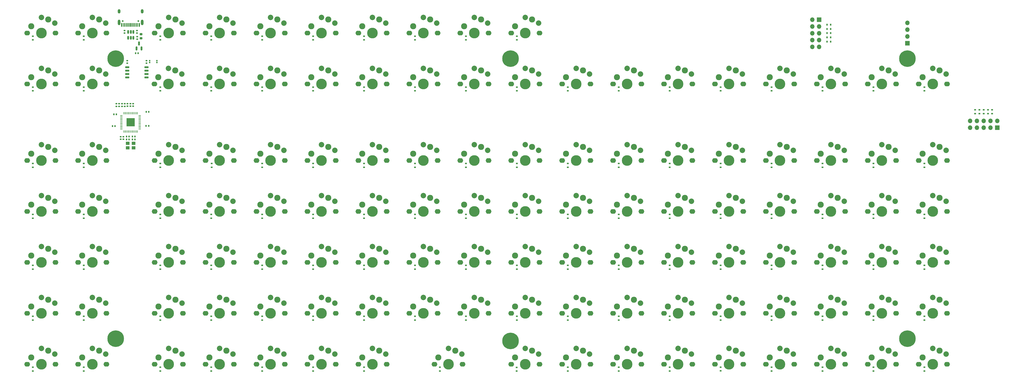
<source format=gbr>
%TF.GenerationSoftware,KiCad,Pcbnew,(6.0.0)*%
%TF.CreationDate,2022-04-29T20:19:50-04:00*%
%TF.ProjectId,TwoTailed,54776f54-6169-46c6-9564-2e6b69636164,rev?*%
%TF.SameCoordinates,Original*%
%TF.FileFunction,Soldermask,Bot*%
%TF.FilePolarity,Negative*%
%FSLAX46Y46*%
G04 Gerber Fmt 4.6, Leading zero omitted, Abs format (unit mm)*
G04 Created by KiCad (PCBNEW (6.0.0)) date 2022-04-29 20:19:50*
%MOMM*%
%LPD*%
G01*
G04 APERTURE LIST*
G04 Aperture macros list*
%AMRoundRect*
0 Rectangle with rounded corners*
0 $1 Rounding radius*
0 $2 $3 $4 $5 $6 $7 $8 $9 X,Y pos of 4 corners*
0 Add a 4 corners polygon primitive as box body*
4,1,4,$2,$3,$4,$5,$6,$7,$8,$9,$2,$3,0*
0 Add four circle primitives for the rounded corners*
1,1,$1+$1,$2,$3*
1,1,$1+$1,$4,$5*
1,1,$1+$1,$6,$7*
1,1,$1+$1,$8,$9*
0 Add four rect primitives between the rounded corners*
20,1,$1+$1,$2,$3,$4,$5,0*
20,1,$1+$1,$4,$5,$6,$7,0*
20,1,$1+$1,$6,$7,$8,$9,0*
20,1,$1+$1,$8,$9,$2,$3,0*%
G04 Aperture macros list end*
%ADD10R,1.400000X1.200000*%
%ADD11RoundRect,0.147500X-0.172500X0.147500X-0.172500X-0.147500X0.172500X-0.147500X0.172500X0.147500X0*%
%ADD12RoundRect,0.147500X0.172500X-0.147500X0.172500X0.147500X-0.172500X0.147500X-0.172500X-0.147500X0*%
%ADD13RoundRect,0.147500X0.147500X0.172500X-0.147500X0.172500X-0.147500X-0.172500X0.147500X-0.172500X0*%
%ADD14R,3.050000X3.050000*%
%ADD15RoundRect,0.050000X0.050000X0.387500X-0.050000X0.387500X-0.050000X-0.387500X0.050000X-0.387500X0*%
%ADD16RoundRect,0.050000X0.387500X0.050000X-0.387500X0.050000X-0.387500X-0.050000X0.387500X-0.050000X0*%
%ADD17RoundRect,0.147500X-0.147500X-0.172500X0.147500X-0.172500X0.147500X0.172500X-0.147500X0.172500X0*%
%ADD18R,0.550000X0.550000*%
%ADD19RoundRect,0.150000X0.650000X0.150000X-0.650000X0.150000X-0.650000X-0.150000X0.650000X-0.150000X0*%
%ADD20C,2.286000*%
%ADD21C,2.032000*%
%ADD22C,3.987800*%
%ADD23O,2.150000X1.750000*%
%ADD24R,0.700000X0.600000*%
%ADD25R,0.600000X0.700000*%
%ADD26C,6.200000*%
%ADD27R,1.700000X1.700000*%
%ADD28O,1.700000X1.700000*%
%ADD29RoundRect,0.150000X0.150000X-0.512500X0.150000X0.512500X-0.150000X0.512500X-0.150000X-0.512500X0*%
%ADD30RoundRect,0.218750X-0.256250X0.218750X-0.256250X-0.218750X0.256250X-0.218750X0.256250X0.218750X0*%
%ADD31O,1.000000X1.600000*%
%ADD32O,1.000000X2.100000*%
%ADD33R,0.600000X1.450000*%
%ADD34R,0.300000X1.450000*%
%ADD35C,0.650000*%
%ADD36RoundRect,0.150000X0.150000X-0.587500X0.150000X0.587500X-0.150000X0.587500X-0.150000X-0.587500X0*%
G04 APERTURE END LIST*
D10*
%TO.C,Y1*%
X78170000Y-119090000D03*
X75970000Y-119090000D03*
X75970000Y-117390000D03*
X78170000Y-117390000D03*
%TD*%
D11*
%TO.C,RD2*%
X74824450Y-103553200D03*
X74824450Y-102583200D03*
%TD*%
%TO.C,RC2*%
X74750000Y-75225000D03*
X74750000Y-76195000D03*
%TD*%
D12*
%TO.C,RC1*%
X79440000Y-76195000D03*
X79440000Y-75225000D03*
%TD*%
D11*
%TO.C,RD1*%
X75870000Y-103545000D03*
X75870000Y-102575000D03*
%TD*%
D13*
%TO.C,C4*%
X70254000Y-110998000D03*
X71224000Y-110998000D03*
%TD*%
D14*
%TO.C,U0*%
X76993750Y-109537500D03*
D15*
X79593750Y-106100000D03*
X79193750Y-106100000D03*
X78793750Y-106100000D03*
X78393750Y-106100000D03*
X77993750Y-106100000D03*
X77593750Y-106100000D03*
X77193750Y-106100000D03*
X76793750Y-106100000D03*
X76393750Y-106100000D03*
X75993750Y-106100000D03*
X75593750Y-106100000D03*
X75193750Y-106100000D03*
X74793750Y-106100000D03*
X74393750Y-106100000D03*
D16*
X73556250Y-106937500D03*
X73556250Y-107337500D03*
X73556250Y-107737500D03*
X73556250Y-108137500D03*
X73556250Y-108537500D03*
X73556250Y-108937500D03*
X73556250Y-109337500D03*
X73556250Y-109737500D03*
X73556250Y-110137500D03*
X73556250Y-110537500D03*
X73556250Y-110937500D03*
X73556250Y-111337500D03*
X73556250Y-111737500D03*
X73556250Y-112137500D03*
D15*
X74393750Y-112975000D03*
X74793750Y-112975000D03*
X75193750Y-112975000D03*
X75593750Y-112975000D03*
X75993750Y-112975000D03*
X76393750Y-112975000D03*
X76793750Y-112975000D03*
X77193750Y-112975000D03*
X77593750Y-112975000D03*
X77993750Y-112975000D03*
X78393750Y-112975000D03*
X78793750Y-112975000D03*
X79193750Y-112975000D03*
X79593750Y-112975000D03*
D16*
X80431250Y-112137500D03*
X80431250Y-111737500D03*
X80431250Y-111337500D03*
X80431250Y-110937500D03*
X80431250Y-110537500D03*
X80431250Y-110137500D03*
X80431250Y-109737500D03*
X80431250Y-109337500D03*
X80431250Y-108937500D03*
X80431250Y-108537500D03*
X80431250Y-108137500D03*
X80431250Y-107737500D03*
X80431250Y-107337500D03*
X80431250Y-106937500D03*
%TD*%
D11*
%TO.C,C2*%
X74360000Y-115885000D03*
X74360000Y-114915000D03*
%TD*%
D12*
%TO.C,C1*%
X73784450Y-102583200D03*
X73784450Y-103553200D03*
%TD*%
D17*
%TO.C,C3*%
X83797000Y-110871000D03*
X82827000Y-110871000D03*
%TD*%
%TO.C,C8*%
X83805000Y-105664000D03*
X82835000Y-105664000D03*
%TD*%
D12*
%TO.C,C6*%
X71703050Y-102583200D03*
X71703050Y-103553200D03*
%TD*%
%TO.C,C7*%
X72744450Y-102583200D03*
X72744450Y-103553200D03*
%TD*%
D18*
%TO.C,S1*%
X84185000Y-86455000D03*
X84185000Y-87205000D03*
X86835000Y-87205000D03*
X86835000Y-86455000D03*
%TD*%
D17*
%TO.C,RX1*%
X78672550Y-114858800D03*
X77702550Y-114858800D03*
%TD*%
D12*
%TO.C,RF1*%
X82940000Y-87425000D03*
X82940000Y-86455000D03*
%TD*%
D13*
%TO.C,CX1*%
X75467350Y-115951000D03*
X76437350Y-115951000D03*
%TD*%
%TO.C,CX2*%
X77702550Y-115951000D03*
X78672550Y-115951000D03*
%TD*%
D12*
%TO.C,C9*%
X76914650Y-102570400D03*
X76914650Y-103540400D03*
%TD*%
%TO.C,RR1*%
X73320000Y-114915000D03*
X73320000Y-115885000D03*
%TD*%
D19*
%TO.C,U3*%
X82930000Y-88975000D03*
X82930000Y-90245000D03*
X82930000Y-91515000D03*
X82930000Y-92785000D03*
X75730000Y-92785000D03*
X75730000Y-91515000D03*
X75730000Y-90245000D03*
X75730000Y-88975000D03*
%TD*%
D13*
%TO.C,C11*%
X76445000Y-114860000D03*
X75475000Y-114860000D03*
%TD*%
D12*
%TO.C,C10*%
X77956050Y-102570400D03*
X77956050Y-103540400D03*
%TD*%
D13*
%TO.C,C5*%
X71712950Y-106549500D03*
X70742950Y-106549500D03*
%TD*%
D12*
%TO.C,CF1*%
X75740000Y-87435000D03*
X75740000Y-86465000D03*
%TD*%
D20*
%TO.C,K22*%
X258921250Y-92710000D03*
D21*
X262731250Y-89350000D03*
X267731250Y-91450000D03*
D20*
X265271250Y-90170000D03*
D22*
X262731250Y-95250000D03*
D23*
X257448050Y-95250000D03*
X268014450Y-95250000D03*
%TD*%
D21*
%TO.C,K66*%
X62706250Y-156025000D03*
D20*
X58896250Y-159385000D03*
X65246250Y-156845000D03*
D21*
X67706250Y-158125000D03*
D23*
X57423050Y-161925000D03*
X67989450Y-161925000D03*
D22*
X62706250Y-161925000D03*
%TD*%
D20*
%TO.C,K116*%
X354171250Y-197485000D03*
D21*
X357981250Y-194125000D03*
X362981250Y-196225000D03*
D20*
X360521250Y-194945000D03*
D23*
X363264450Y-200025000D03*
D22*
X357981250Y-200025000D03*
D23*
X352698050Y-200025000D03*
%TD*%
D21*
%TO.C,K57*%
X243681250Y-136975000D03*
D20*
X239871250Y-140335000D03*
X246221250Y-137795000D03*
D21*
X248681250Y-139075000D03*
D23*
X238398050Y-142875000D03*
X248964450Y-142875000D03*
D22*
X243681250Y-142875000D03*
%TD*%
D21*
%TO.C,K87*%
X129381250Y-175075000D03*
D20*
X125571250Y-178435000D03*
D21*
X134381250Y-177175000D03*
D20*
X131921250Y-175895000D03*
D23*
X124098050Y-180975000D03*
X134664450Y-180975000D03*
D22*
X129381250Y-180975000D03*
%TD*%
D20*
%TO.C,K93*%
X239871250Y-178435000D03*
D21*
X243681250Y-175075000D03*
X248681250Y-177175000D03*
D20*
X246221250Y-175895000D03*
D23*
X248964450Y-180975000D03*
D22*
X243681250Y-180975000D03*
D23*
X238398050Y-180975000D03*
%TD*%
D20*
%TO.C,K10*%
X220821250Y-73660000D03*
D21*
X224631250Y-70300000D03*
X229631250Y-72400000D03*
D20*
X227171250Y-71120000D03*
D23*
X229914450Y-76200000D03*
X219348050Y-76200000D03*
D22*
X224631250Y-76200000D03*
%TD*%
D21*
%TO.C,K86*%
X110331250Y-175075000D03*
D20*
X106521250Y-178435000D03*
X112871250Y-175895000D03*
D21*
X115331250Y-177175000D03*
D23*
X105048050Y-180975000D03*
X115614450Y-180975000D03*
D22*
X110331250Y-180975000D03*
%TD*%
D21*
%TO.C,K13*%
X91186000Y-89350000D03*
D20*
X87376000Y-92710000D03*
X93726000Y-90170000D03*
D21*
X96186000Y-91450000D03*
D22*
X91186000Y-95250000D03*
D23*
X85902800Y-95250000D03*
X96469200Y-95250000D03*
%TD*%
D21*
%TO.C,K94*%
X262731250Y-175075000D03*
D20*
X258921250Y-178435000D03*
X265271250Y-175895000D03*
D21*
X267731250Y-177175000D03*
D23*
X268014450Y-180975000D03*
D22*
X262731250Y-180975000D03*
D23*
X257448050Y-180975000D03*
%TD*%
D20*
%TO.C,K110*%
X239871250Y-197485000D03*
D21*
X243681250Y-194125000D03*
X248681250Y-196225000D03*
D20*
X246221250Y-194945000D03*
D23*
X248964450Y-200025000D03*
D22*
X243681250Y-200025000D03*
D23*
X238398050Y-200025000D03*
%TD*%
D21*
%TO.C,K60*%
X300831250Y-136975000D03*
D20*
X297021250Y-140335000D03*
D21*
X305831250Y-139075000D03*
D20*
X303371250Y-137795000D03*
D23*
X295548050Y-142875000D03*
X306114450Y-142875000D03*
D22*
X300831250Y-142875000D03*
%TD*%
D21*
%TO.C,K65*%
X43656250Y-156025000D03*
D20*
X39846250Y-159385000D03*
D21*
X48656250Y-158125000D03*
D20*
X46196250Y-156845000D03*
D22*
X43656250Y-161925000D03*
D23*
X38373050Y-161925000D03*
X48939450Y-161925000D03*
%TD*%
D21*
%TO.C,K101*%
X43656250Y-194125000D03*
D20*
X39846250Y-197485000D03*
D21*
X48656250Y-196225000D03*
D20*
X46196250Y-194945000D03*
D23*
X38373050Y-200025000D03*
D22*
X43656250Y-200025000D03*
D23*
X48939450Y-200025000D03*
%TD*%
D20*
%TO.C,K100*%
X373221250Y-178435000D03*
D21*
X377031250Y-175075000D03*
D20*
X379571250Y-175895000D03*
D21*
X382031250Y-177175000D03*
D23*
X382314450Y-180975000D03*
X371748050Y-180975000D03*
D22*
X377031250Y-180975000D03*
%TD*%
D20*
%TO.C,K88*%
X144621250Y-178435000D03*
D21*
X148431250Y-175075000D03*
D20*
X150971250Y-175895000D03*
D21*
X153431250Y-177175000D03*
D23*
X143148050Y-180975000D03*
D22*
X148431250Y-180975000D03*
D23*
X153714450Y-180975000D03*
%TD*%
D21*
%TO.C,K1*%
X43656250Y-70300000D03*
D20*
X39846250Y-73660000D03*
D21*
X48656250Y-72400000D03*
D20*
X46196250Y-71120000D03*
D23*
X38373050Y-76200000D03*
D22*
X43656250Y-76200000D03*
D23*
X48939450Y-76200000D03*
%TD*%
D20*
%TO.C,K111*%
X258921250Y-197485000D03*
D21*
X262731250Y-194125000D03*
D20*
X265271250Y-194945000D03*
D21*
X267731250Y-196225000D03*
D23*
X268014450Y-200025000D03*
D22*
X262731250Y-200025000D03*
D23*
X257448050Y-200025000D03*
%TD*%
D20*
%TO.C,K48*%
X58896250Y-140335000D03*
D21*
X62706250Y-136975000D03*
D20*
X65246250Y-137795000D03*
D21*
X67706250Y-139075000D03*
D23*
X67989450Y-142875000D03*
D22*
X62706250Y-142875000D03*
D23*
X57423050Y-142875000D03*
%TD*%
D21*
%TO.C,K59*%
X281781250Y-136975000D03*
D20*
X277971250Y-140335000D03*
D21*
X286781250Y-139075000D03*
D20*
X284321250Y-137795000D03*
D22*
X281781250Y-142875000D03*
D23*
X276498050Y-142875000D03*
X287064450Y-142875000D03*
%TD*%
D21*
%TO.C,K79*%
X319881250Y-156025000D03*
D20*
X316071250Y-159385000D03*
D21*
X324881250Y-158125000D03*
D20*
X322421250Y-156845000D03*
D23*
X325164450Y-161925000D03*
D22*
X319881250Y-161925000D03*
D23*
X314598050Y-161925000D03*
%TD*%
D21*
%TO.C,K39*%
X243681250Y-117925000D03*
D20*
X239871250Y-121285000D03*
D21*
X248681250Y-120025000D03*
D20*
X246221250Y-118745000D03*
D23*
X238398050Y-123825000D03*
D22*
X243681250Y-123825000D03*
D23*
X248964450Y-123825000D03*
%TD*%
D20*
%TO.C,K102*%
X58896250Y-197485000D03*
D21*
X62706250Y-194125000D03*
X67706250Y-196225000D03*
D20*
X65246250Y-194945000D03*
D22*
X62706250Y-200025000D03*
D23*
X57423050Y-200025000D03*
X67989450Y-200025000D03*
%TD*%
D21*
%TO.C,K64*%
X377031250Y-136975000D03*
D20*
X373221250Y-140335000D03*
X379571250Y-137795000D03*
D21*
X382031250Y-139075000D03*
D23*
X371748050Y-142875000D03*
X382314450Y-142875000D03*
D22*
X377031250Y-142875000D03*
%TD*%
D20*
%TO.C,K56*%
X220821250Y-140335000D03*
D21*
X224631250Y-136975000D03*
D20*
X227171250Y-137795000D03*
D21*
X229631250Y-139075000D03*
D22*
X224631250Y-142875000D03*
D23*
X229914450Y-142875000D03*
X219348050Y-142875000D03*
%TD*%
D20*
%TO.C,K55*%
X201771250Y-140335000D03*
D21*
X205581250Y-136975000D03*
D20*
X208121250Y-137795000D03*
D21*
X210581250Y-139075000D03*
D22*
X205581250Y-142875000D03*
D23*
X210864450Y-142875000D03*
X200298050Y-142875000D03*
%TD*%
D21*
%TO.C,K98*%
X338931250Y-175075000D03*
D20*
X335121250Y-178435000D03*
D21*
X343931250Y-177175000D03*
D20*
X341471250Y-175895000D03*
D23*
X333648050Y-180975000D03*
X344214450Y-180975000D03*
D22*
X338931250Y-180975000D03*
%TD*%
D20*
%TO.C,K58*%
X258921250Y-140335000D03*
D21*
X262731250Y-136975000D03*
D20*
X265271250Y-137795000D03*
D21*
X267731250Y-139075000D03*
D23*
X257448050Y-142875000D03*
D22*
X262731250Y-142875000D03*
D23*
X268014450Y-142875000D03*
%TD*%
D21*
%TO.C,K95*%
X281781250Y-175075000D03*
D20*
X277971250Y-178435000D03*
D21*
X286781250Y-177175000D03*
D20*
X284321250Y-175895000D03*
D22*
X281781250Y-180975000D03*
D23*
X287064450Y-180975000D03*
X276498050Y-180975000D03*
%TD*%
D21*
%TO.C,K49*%
X91281250Y-136975000D03*
D20*
X87471250Y-140335000D03*
D21*
X96281250Y-139075000D03*
D20*
X93821250Y-137795000D03*
D23*
X96564450Y-142875000D03*
D22*
X91281250Y-142875000D03*
D23*
X85998050Y-142875000D03*
%TD*%
D21*
%TO.C,K106*%
X148431250Y-194125000D03*
D20*
X144621250Y-197485000D03*
D21*
X153431250Y-196225000D03*
D20*
X150971250Y-194945000D03*
D23*
X143148050Y-200025000D03*
D22*
X148431250Y-200025000D03*
D23*
X153714450Y-200025000D03*
%TD*%
D20*
%TO.C,K103*%
X87471250Y-197485000D03*
D21*
X91281250Y-194125000D03*
D20*
X93821250Y-194945000D03*
D21*
X96281250Y-196225000D03*
D23*
X85998050Y-200025000D03*
D22*
X91281250Y-200025000D03*
D23*
X96564450Y-200025000D03*
%TD*%
D20*
%TO.C,K90*%
X182721250Y-178435000D03*
D21*
X186531250Y-175075000D03*
X191531250Y-177175000D03*
D20*
X189071250Y-175895000D03*
D22*
X186531250Y-180975000D03*
D23*
X181248050Y-180975000D03*
X191814450Y-180975000D03*
%TD*%
D20*
%TO.C,K105*%
X125571250Y-197485000D03*
D21*
X129381250Y-194125000D03*
D20*
X131921250Y-194945000D03*
D21*
X134381250Y-196225000D03*
D23*
X134664450Y-200025000D03*
X124098050Y-200025000D03*
D22*
X129381250Y-200025000D03*
%TD*%
D20*
%TO.C,K68*%
X106521250Y-159385000D03*
D21*
X110331250Y-156025000D03*
D20*
X112871250Y-156845000D03*
D21*
X115331250Y-158125000D03*
D23*
X115614450Y-161925000D03*
D22*
X110331250Y-161925000D03*
D23*
X105048050Y-161925000D03*
%TD*%
D20*
%TO.C,K73*%
X201771250Y-159385000D03*
D21*
X205581250Y-156025000D03*
D20*
X208121250Y-156845000D03*
D21*
X210581250Y-158125000D03*
D22*
X205581250Y-161925000D03*
D23*
X210864450Y-161925000D03*
X200298050Y-161925000D03*
%TD*%
D21*
%TO.C,K45*%
X357981250Y-117925000D03*
D20*
X354171250Y-121285000D03*
D21*
X362981250Y-120025000D03*
D20*
X360521250Y-118745000D03*
D23*
X363264450Y-123825000D03*
D22*
X357981250Y-123825000D03*
D23*
X352698050Y-123825000D03*
%TD*%
D21*
%TO.C,K17*%
X167481250Y-89350000D03*
D20*
X163671250Y-92710000D03*
D21*
X172481250Y-91450000D03*
D20*
X170021250Y-90170000D03*
D23*
X172764450Y-95250000D03*
D22*
X167481250Y-95250000D03*
D23*
X162198050Y-95250000D03*
%TD*%
D20*
%TO.C,K33*%
X125571250Y-121285000D03*
D21*
X129381250Y-117925000D03*
X134381250Y-120025000D03*
D20*
X131921250Y-118745000D03*
D23*
X134664450Y-123825000D03*
X124098050Y-123825000D03*
D22*
X129381250Y-123825000D03*
%TD*%
D20*
%TO.C,K15*%
X125571250Y-92710000D03*
D21*
X129381250Y-89350000D03*
X134381250Y-91450000D03*
D20*
X131921250Y-90170000D03*
D22*
X129381250Y-95250000D03*
D23*
X134664450Y-95250000D03*
X124098050Y-95250000D03*
%TD*%
D21*
%TO.C,K91*%
X205581250Y-175075000D03*
D20*
X201771250Y-178435000D03*
X208121250Y-175895000D03*
D21*
X210581250Y-177175000D03*
D23*
X210864450Y-180975000D03*
D22*
X205581250Y-180975000D03*
D23*
X200298050Y-180975000D03*
%TD*%
D21*
%TO.C,K74*%
X224631250Y-156025000D03*
D20*
X220821250Y-159385000D03*
X227171250Y-156845000D03*
D21*
X229631250Y-158125000D03*
D22*
X224631250Y-161925000D03*
D23*
X229914450Y-161925000D03*
X219348050Y-161925000D03*
%TD*%
D21*
%TO.C,K21*%
X243681250Y-89350000D03*
D20*
X239871250Y-92710000D03*
D21*
X248681250Y-91450000D03*
D20*
X246221250Y-90170000D03*
D23*
X238398050Y-95250000D03*
X248964450Y-95250000D03*
D22*
X243681250Y-95250000D03*
%TD*%
D20*
%TO.C,K117*%
X373221250Y-197485000D03*
D21*
X377031250Y-194125000D03*
D20*
X379571250Y-194945000D03*
D21*
X382031250Y-196225000D03*
D22*
X377031250Y-200025000D03*
D23*
X371748050Y-200025000D03*
X382314450Y-200025000D03*
%TD*%
D20*
%TO.C,K8*%
X182721250Y-73660000D03*
D21*
X186531250Y-70300000D03*
D20*
X189071250Y-71120000D03*
D21*
X191531250Y-72400000D03*
D22*
X186531250Y-76200000D03*
D23*
X191814450Y-76200000D03*
X181248050Y-76200000D03*
%TD*%
D20*
%TO.C,K80*%
X335121250Y-159385000D03*
D21*
X338931250Y-156025000D03*
D20*
X341471250Y-156845000D03*
D21*
X343931250Y-158125000D03*
D23*
X344214450Y-161925000D03*
D22*
X338931250Y-161925000D03*
D23*
X333648050Y-161925000D03*
%TD*%
D20*
%TO.C,K16*%
X144621250Y-92710000D03*
D21*
X148431250Y-89350000D03*
D20*
X150971250Y-90170000D03*
D21*
X153431250Y-91450000D03*
D23*
X143148050Y-95250000D03*
D22*
X148431250Y-95250000D03*
D23*
X153714450Y-95250000D03*
%TD*%
D21*
%TO.C,K2*%
X62706250Y-70300000D03*
D20*
X58896250Y-73660000D03*
D21*
X67706250Y-72400000D03*
D20*
X65246250Y-71120000D03*
D23*
X57423050Y-76200000D03*
X67989450Y-76200000D03*
D22*
X62706250Y-76200000D03*
%TD*%
D20*
%TO.C,K40*%
X258921250Y-121285000D03*
D21*
X262731250Y-117925000D03*
X267731250Y-120025000D03*
D20*
X265271250Y-118745000D03*
D23*
X257448050Y-123825000D03*
X268014450Y-123825000D03*
D22*
X262731250Y-123825000D03*
%TD*%
D21*
%TO.C,K76*%
X262731250Y-156025000D03*
D20*
X258921250Y-159385000D03*
D21*
X267731250Y-158125000D03*
D20*
X265271250Y-156845000D03*
D22*
X262731250Y-161925000D03*
D23*
X257448050Y-161925000D03*
X268014450Y-161925000D03*
%TD*%
D21*
%TO.C,K104*%
X110331250Y-194125000D03*
D20*
X106521250Y-197485000D03*
X112871250Y-194945000D03*
D21*
X115331250Y-196225000D03*
D23*
X105048050Y-200025000D03*
X115614450Y-200025000D03*
D22*
X110331250Y-200025000D03*
%TD*%
D21*
%TO.C,K114*%
X319881250Y-194125000D03*
D20*
X316071250Y-197485000D03*
X322421250Y-194945000D03*
D21*
X324881250Y-196225000D03*
D23*
X325164450Y-200025000D03*
X314598050Y-200025000D03*
D22*
X319881250Y-200025000D03*
%TD*%
D20*
%TO.C,K42*%
X297021250Y-121285000D03*
D21*
X300831250Y-117925000D03*
X305831250Y-120025000D03*
D20*
X303371250Y-118745000D03*
D23*
X295548050Y-123825000D03*
X306114450Y-123825000D03*
D22*
X300831250Y-123825000D03*
%TD*%
D20*
%TO.C,K63*%
X354171250Y-140335000D03*
D21*
X357981250Y-136975000D03*
X362981250Y-139075000D03*
D20*
X360521250Y-137795000D03*
D23*
X363264450Y-142875000D03*
X352698050Y-142875000D03*
D22*
X357981250Y-142875000D03*
%TD*%
D21*
%TO.C,K32*%
X110331250Y-117925000D03*
D20*
X106521250Y-121285000D03*
D21*
X115331250Y-120025000D03*
D20*
X112871250Y-118745000D03*
D23*
X115614450Y-123825000D03*
X105048050Y-123825000D03*
D22*
X110331250Y-123825000D03*
%TD*%
D21*
%TO.C,K61*%
X319881250Y-136975000D03*
D20*
X316071250Y-140335000D03*
D21*
X324881250Y-139075000D03*
D20*
X322421250Y-137795000D03*
D22*
X319881250Y-142875000D03*
D23*
X314598050Y-142875000D03*
X325164450Y-142875000D03*
%TD*%
D20*
%TO.C,K72*%
X182721250Y-159385000D03*
D21*
X186531250Y-156025000D03*
X191531250Y-158125000D03*
D20*
X189071250Y-156845000D03*
D22*
X186531250Y-161925000D03*
D23*
X181248050Y-161925000D03*
X191814450Y-161925000D03*
%TD*%
D21*
%TO.C,K75*%
X243681250Y-156025000D03*
D20*
X239871250Y-159385000D03*
D21*
X248681250Y-158125000D03*
D20*
X246221250Y-156845000D03*
D23*
X238398050Y-161925000D03*
D22*
X243681250Y-161925000D03*
D23*
X248964450Y-161925000D03*
%TD*%
D20*
%TO.C,K107*%
X163671250Y-197485000D03*
D21*
X167481250Y-194125000D03*
D20*
X170021250Y-194945000D03*
D21*
X172481250Y-196225000D03*
D22*
X167481250Y-200025000D03*
D23*
X162198050Y-200025000D03*
X172764450Y-200025000D03*
%TD*%
D20*
%TO.C,K38*%
X220821250Y-121285000D03*
D21*
X224631250Y-117925000D03*
D20*
X227171250Y-118745000D03*
D21*
X229631250Y-120025000D03*
D22*
X224631250Y-123825000D03*
D23*
X229914450Y-123825000D03*
X219348050Y-123825000D03*
%TD*%
D20*
%TO.C,K77*%
X277971250Y-159385000D03*
D21*
X281781250Y-156025000D03*
D20*
X284321250Y-156845000D03*
D21*
X286781250Y-158125000D03*
D23*
X287064450Y-161925000D03*
X276498050Y-161925000D03*
D22*
X281781250Y-161925000D03*
%TD*%
D20*
%TO.C,K51*%
X125571250Y-140335000D03*
D21*
X129381250Y-136975000D03*
D20*
X131921250Y-137795000D03*
D21*
X134381250Y-139075000D03*
D22*
X129381250Y-142875000D03*
D23*
X124098050Y-142875000D03*
X134664450Y-142875000D03*
%TD*%
D21*
%TO.C,K30*%
X62706250Y-117925000D03*
D20*
X58896250Y-121285000D03*
X65246250Y-118745000D03*
D21*
X67706250Y-120025000D03*
D23*
X67989450Y-123825000D03*
X57423050Y-123825000D03*
D22*
X62706250Y-123825000D03*
%TD*%
D20*
%TO.C,K70*%
X144621250Y-159385000D03*
D21*
X148431250Y-156025000D03*
D20*
X150971250Y-156845000D03*
D21*
X153431250Y-158125000D03*
D22*
X148431250Y-161925000D03*
D23*
X143148050Y-161925000D03*
X153714450Y-161925000D03*
%TD*%
D21*
%TO.C,K7*%
X167481250Y-70300000D03*
D20*
X163671250Y-73660000D03*
D21*
X172481250Y-72400000D03*
D20*
X170021250Y-71120000D03*
D23*
X162198050Y-76200000D03*
X172764450Y-76200000D03*
D22*
X167481250Y-76200000D03*
%TD*%
D20*
%TO.C,K78*%
X297021250Y-159385000D03*
D21*
X300831250Y-156025000D03*
D20*
X303371250Y-156845000D03*
D21*
X305831250Y-158125000D03*
D22*
X300831250Y-161925000D03*
D23*
X295548050Y-161925000D03*
X306114450Y-161925000D03*
%TD*%
D21*
%TO.C,K85*%
X91281250Y-175075000D03*
D20*
X87471250Y-178435000D03*
X93821250Y-175895000D03*
D21*
X96281250Y-177175000D03*
D23*
X85998050Y-180975000D03*
D22*
X91281250Y-180975000D03*
D23*
X96564450Y-180975000D03*
%TD*%
D21*
%TO.C,K14*%
X110331250Y-89350000D03*
D20*
X106521250Y-92710000D03*
X112871250Y-90170000D03*
D21*
X115331250Y-91450000D03*
D23*
X115614450Y-95250000D03*
D22*
X110331250Y-95250000D03*
D23*
X105048050Y-95250000D03*
%TD*%
D20*
%TO.C,K11*%
X39846250Y-92710000D03*
D21*
X43656250Y-89350000D03*
X48656250Y-91450000D03*
D20*
X46196250Y-90170000D03*
D23*
X38373050Y-95250000D03*
D22*
X43656250Y-95250000D03*
D23*
X48939450Y-95250000D03*
%TD*%
D20*
%TO.C,K28*%
X373221250Y-92710000D03*
D21*
X377031250Y-89350000D03*
X382031250Y-91450000D03*
D20*
X379571250Y-90170000D03*
D23*
X382314450Y-95250000D03*
X371748050Y-95250000D03*
D22*
X377031250Y-95250000D03*
%TD*%
D20*
%TO.C,K92*%
X220821250Y-178435000D03*
D21*
X224631250Y-175075000D03*
D20*
X227171250Y-175895000D03*
D21*
X229631250Y-177175000D03*
D23*
X219348050Y-180975000D03*
D22*
X224631250Y-180975000D03*
D23*
X229914450Y-180975000D03*
%TD*%
D20*
%TO.C,K52*%
X144621250Y-140335000D03*
D21*
X148431250Y-136975000D03*
X153431250Y-139075000D03*
D20*
X150971250Y-137795000D03*
D22*
X148431250Y-142875000D03*
D23*
X153714450Y-142875000D03*
X143148050Y-142875000D03*
%TD*%
D20*
%TO.C,K89*%
X163671250Y-178435000D03*
D21*
X167481250Y-175075000D03*
D20*
X170021250Y-175895000D03*
D21*
X172481250Y-177175000D03*
D22*
X167481250Y-180975000D03*
D23*
X172764450Y-180975000D03*
X162198050Y-180975000D03*
%TD*%
D20*
%TO.C,K108*%
X192087500Y-197485000D03*
D21*
X195897500Y-194125000D03*
X200897500Y-196225000D03*
D20*
X198437500Y-194945000D03*
D22*
X195897500Y-200025000D03*
D23*
X201180700Y-200025000D03*
X190614300Y-200025000D03*
%TD*%
D20*
%TO.C,K81*%
X354171250Y-159385000D03*
D21*
X357981250Y-156025000D03*
X362981250Y-158125000D03*
D20*
X360521250Y-156845000D03*
D23*
X363264450Y-161925000D03*
X352698050Y-161925000D03*
D22*
X357981250Y-161925000D03*
%TD*%
D20*
%TO.C,K27*%
X354171250Y-92710000D03*
D21*
X357981250Y-89350000D03*
D20*
X360521250Y-90170000D03*
D21*
X362981250Y-91450000D03*
D23*
X352698050Y-95250000D03*
X363264450Y-95250000D03*
D22*
X357981250Y-95250000D03*
%TD*%
D21*
%TO.C,K25*%
X319881250Y-89350000D03*
D20*
X316071250Y-92710000D03*
X322421250Y-90170000D03*
D21*
X324881250Y-91450000D03*
D23*
X314598050Y-95250000D03*
D22*
X319881250Y-95250000D03*
D23*
X325164450Y-95250000D03*
%TD*%
D20*
%TO.C,K112*%
X277971550Y-197485000D03*
D21*
X281781550Y-194125000D03*
D20*
X284321550Y-194945000D03*
D21*
X286781550Y-196225000D03*
D23*
X276498350Y-200025000D03*
D22*
X281781550Y-200025000D03*
D23*
X287064750Y-200025000D03*
%TD*%
D21*
%TO.C,K47*%
X43656250Y-136975000D03*
D20*
X39846250Y-140335000D03*
X46196250Y-137795000D03*
D21*
X48656250Y-139075000D03*
D23*
X38373050Y-142875000D03*
D22*
X43656250Y-142875000D03*
D23*
X48939450Y-142875000D03*
%TD*%
D20*
%TO.C,K83*%
X39846250Y-178435000D03*
D21*
X43656250Y-175075000D03*
D20*
X46196250Y-175895000D03*
D21*
X48656250Y-177175000D03*
D22*
X43656250Y-180975000D03*
D23*
X48939450Y-180975000D03*
X38373050Y-180975000D03*
%TD*%
D21*
%TO.C,K99*%
X357981250Y-175075000D03*
D20*
X354171250Y-178435000D03*
D21*
X362981250Y-177175000D03*
D20*
X360521250Y-175895000D03*
D23*
X363264450Y-180975000D03*
X352698050Y-180975000D03*
D22*
X357981250Y-180975000D03*
%TD*%
D20*
%TO.C,K37*%
X201771250Y-121285000D03*
D21*
X205581250Y-117925000D03*
D20*
X208121250Y-118745000D03*
D21*
X210581250Y-120025000D03*
D23*
X200298050Y-123825000D03*
X210864450Y-123825000D03*
D22*
X205581250Y-123825000D03*
%TD*%
D21*
%TO.C,K29*%
X43656250Y-117925000D03*
D20*
X39846250Y-121285000D03*
X46196250Y-118745000D03*
D21*
X48656250Y-120025000D03*
D22*
X43656250Y-123825000D03*
D23*
X48939450Y-123825000D03*
X38373050Y-123825000D03*
%TD*%
D20*
%TO.C,K20*%
X220821250Y-92710000D03*
D21*
X224631250Y-89350000D03*
X229631250Y-91450000D03*
D20*
X227171250Y-90170000D03*
D23*
X229914450Y-95250000D03*
D22*
X224631250Y-95250000D03*
D23*
X219348050Y-95250000D03*
%TD*%
D20*
%TO.C,K62*%
X335121250Y-140335000D03*
D21*
X338931250Y-136975000D03*
X343931250Y-139075000D03*
D20*
X341471250Y-137795000D03*
D23*
X344214450Y-142875000D03*
X333648050Y-142875000D03*
D22*
X338931250Y-142875000D03*
%TD*%
D20*
%TO.C,K96*%
X297021250Y-178435000D03*
D21*
X300831250Y-175075000D03*
D20*
X303371250Y-175895000D03*
D21*
X305831250Y-177175000D03*
D23*
X306114450Y-180975000D03*
D22*
X300831250Y-180975000D03*
D23*
X295548050Y-180975000D03*
%TD*%
D21*
%TO.C,K34*%
X148431250Y-117925000D03*
D20*
X144621250Y-121285000D03*
X150971250Y-118745000D03*
D21*
X153431250Y-120025000D03*
D23*
X143148050Y-123825000D03*
D22*
X148431250Y-123825000D03*
D23*
X153714450Y-123825000D03*
%TD*%
D21*
%TO.C,K41*%
X281781250Y-117925000D03*
D20*
X277971250Y-121285000D03*
D21*
X286781250Y-120025000D03*
D20*
X284321250Y-118745000D03*
D23*
X287064450Y-123825000D03*
X276498050Y-123825000D03*
D22*
X281781250Y-123825000D03*
%TD*%
D20*
%TO.C,K3*%
X87471250Y-73660000D03*
D21*
X91281250Y-70300000D03*
X96281250Y-72400000D03*
D20*
X93821250Y-71120000D03*
D22*
X91281250Y-76200000D03*
D23*
X96564450Y-76200000D03*
X85998050Y-76200000D03*
%TD*%
D20*
%TO.C,K12*%
X58896250Y-92710000D03*
D21*
X62706250Y-89350000D03*
D20*
X65246250Y-90170000D03*
D21*
X67706250Y-91450000D03*
D23*
X67989450Y-95250000D03*
D22*
X62706250Y-95250000D03*
D23*
X57423050Y-95250000D03*
%TD*%
D21*
%TO.C,K36*%
X186531250Y-117925000D03*
D20*
X182721250Y-121285000D03*
D21*
X191531250Y-120025000D03*
D20*
X189071250Y-118745000D03*
D23*
X181248050Y-123825000D03*
X191814450Y-123825000D03*
D22*
X186531250Y-123825000D03*
%TD*%
D20*
%TO.C,K19*%
X201771250Y-92710000D03*
D21*
X205581250Y-89350000D03*
D20*
X208121250Y-90170000D03*
D21*
X210581250Y-91450000D03*
D22*
X205581250Y-95250000D03*
D23*
X200298050Y-95250000D03*
X210864450Y-95250000D03*
%TD*%
D20*
%TO.C,K53*%
X163671250Y-140335000D03*
D21*
X167481250Y-136975000D03*
X172481250Y-139075000D03*
D20*
X170021250Y-137795000D03*
D23*
X162198050Y-142875000D03*
X172764450Y-142875000D03*
D22*
X167481250Y-142875000D03*
%TD*%
D21*
%TO.C,K115*%
X338931250Y-194125000D03*
D20*
X335121250Y-197485000D03*
X341471250Y-194945000D03*
D21*
X343931250Y-196225000D03*
D22*
X338931250Y-200025000D03*
D23*
X333648050Y-200025000D03*
X344214450Y-200025000D03*
%TD*%
D20*
%TO.C,K109*%
X220821250Y-197485000D03*
D21*
X224631250Y-194125000D03*
D20*
X227171250Y-194945000D03*
D21*
X229631250Y-196225000D03*
D22*
X224631250Y-200025000D03*
D23*
X219348050Y-200025000D03*
X229914450Y-200025000D03*
%TD*%
D20*
%TO.C,K50*%
X106521250Y-140335000D03*
D21*
X110331250Y-136975000D03*
D20*
X112871250Y-137795000D03*
D21*
X115331250Y-139075000D03*
D23*
X115614450Y-142875000D03*
D22*
X110331250Y-142875000D03*
D23*
X105048050Y-142875000D03*
%TD*%
D21*
%TO.C,K67*%
X91281250Y-156025000D03*
D20*
X87471250Y-159385000D03*
D21*
X96281250Y-158125000D03*
D20*
X93821250Y-156845000D03*
D23*
X96564450Y-161925000D03*
X85998050Y-161925000D03*
D22*
X91281250Y-161925000D03*
%TD*%
D20*
%TO.C,K82*%
X373221250Y-159385000D03*
D21*
X377031250Y-156025000D03*
D20*
X379571250Y-156845000D03*
D21*
X382031250Y-158125000D03*
D23*
X382314450Y-161925000D03*
X371748050Y-161925000D03*
D22*
X377031250Y-161925000D03*
%TD*%
D21*
%TO.C,K31*%
X91281250Y-117925000D03*
D20*
X87471250Y-121285000D03*
X93821250Y-118745000D03*
D21*
X96281250Y-120025000D03*
D23*
X85998050Y-123825000D03*
D22*
X91281250Y-123825000D03*
D23*
X96564450Y-123825000D03*
%TD*%
D20*
%TO.C,K6*%
X144621250Y-73660000D03*
D21*
X148431250Y-70300000D03*
X153431250Y-72400000D03*
D20*
X150971250Y-71120000D03*
D23*
X143148050Y-76200000D03*
D22*
X148431250Y-76200000D03*
D23*
X153714450Y-76200000D03*
%TD*%
D20*
%TO.C,K54*%
X182721250Y-140335000D03*
D21*
X186531250Y-136975000D03*
D20*
X189071250Y-137795000D03*
D21*
X191531250Y-139075000D03*
D23*
X191814450Y-142875000D03*
X181248050Y-142875000D03*
D22*
X186531250Y-142875000D03*
%TD*%
D20*
%TO.C,K71*%
X163671250Y-159385000D03*
D21*
X167481250Y-156025000D03*
X172481250Y-158125000D03*
D20*
X170021250Y-156845000D03*
D23*
X172764450Y-161925000D03*
D22*
X167481250Y-161925000D03*
D23*
X162198050Y-161925000D03*
%TD*%
D20*
%TO.C,K24*%
X297021250Y-92710000D03*
D21*
X300831250Y-89350000D03*
D20*
X303371250Y-90170000D03*
D21*
X305831250Y-91450000D03*
D23*
X306114450Y-95250000D03*
X295548050Y-95250000D03*
D22*
X300831250Y-95250000D03*
%TD*%
D20*
%TO.C,K23*%
X277971250Y-92710000D03*
D21*
X281781250Y-89350000D03*
X286781250Y-91450000D03*
D20*
X284321250Y-90170000D03*
D23*
X287064450Y-95250000D03*
D22*
X281781250Y-95250000D03*
D23*
X276498050Y-95250000D03*
%TD*%
D21*
%TO.C,K43*%
X319881250Y-117925000D03*
D20*
X316071250Y-121285000D03*
X322421250Y-118745000D03*
D21*
X324881250Y-120025000D03*
D23*
X314598050Y-123825000D03*
D22*
X319881250Y-123825000D03*
D23*
X325164450Y-123825000D03*
%TD*%
D20*
%TO.C,K69*%
X125571250Y-159385000D03*
D21*
X129381250Y-156025000D03*
D20*
X131921250Y-156845000D03*
D21*
X134381250Y-158125000D03*
D23*
X134664450Y-161925000D03*
X124098050Y-161925000D03*
D22*
X129381250Y-161925000D03*
%TD*%
D20*
%TO.C,K5*%
X125571250Y-73660000D03*
D21*
X129381250Y-70300000D03*
D20*
X131921250Y-71120000D03*
D21*
X134381250Y-72400000D03*
D23*
X134664450Y-76200000D03*
D22*
X129381250Y-76200000D03*
D23*
X124098050Y-76200000D03*
%TD*%
D20*
%TO.C,K46*%
X373221250Y-121285000D03*
D21*
X377031250Y-117925000D03*
X382031250Y-120025000D03*
D20*
X379571250Y-118745000D03*
D22*
X377031250Y-123825000D03*
D23*
X371748050Y-123825000D03*
X382314450Y-123825000D03*
%TD*%
D21*
%TO.C,K97*%
X319881250Y-175075000D03*
D20*
X316071250Y-178435000D03*
X322421250Y-175895000D03*
D21*
X324881250Y-177175000D03*
D22*
X319881250Y-180975000D03*
D23*
X325164450Y-180975000D03*
X314598050Y-180975000D03*
%TD*%
D20*
%TO.C,K84*%
X58896250Y-178435000D03*
D21*
X62706250Y-175075000D03*
D20*
X65246250Y-175895000D03*
D21*
X67706250Y-177175000D03*
D22*
X62706250Y-180975000D03*
D23*
X67989450Y-180975000D03*
X57423050Y-180975000D03*
%TD*%
D20*
%TO.C,K18*%
X182721250Y-92710000D03*
D21*
X186531250Y-89350000D03*
X191531250Y-91450000D03*
D20*
X189071250Y-90170000D03*
D22*
X186531250Y-95250000D03*
D23*
X181248050Y-95250000D03*
X191814450Y-95250000D03*
%TD*%
D21*
%TO.C,K4*%
X110331250Y-70300000D03*
D20*
X106521250Y-73660000D03*
X112871250Y-71120000D03*
D21*
X115331250Y-72400000D03*
D22*
X110331250Y-76200000D03*
D23*
X105048050Y-76200000D03*
X115614450Y-76200000D03*
%TD*%
D20*
%TO.C,K9*%
X201771250Y-73660000D03*
D21*
X205581250Y-70300000D03*
D20*
X208121250Y-71120000D03*
D21*
X210581250Y-72400000D03*
D22*
X205581250Y-76200000D03*
D23*
X210864450Y-76200000D03*
X200298050Y-76200000D03*
%TD*%
D21*
%TO.C,K35*%
X167481250Y-117925000D03*
D20*
X163671250Y-121285000D03*
D21*
X172481250Y-120025000D03*
D20*
X170021250Y-118745000D03*
D23*
X162198050Y-123825000D03*
D22*
X167481250Y-123825000D03*
D23*
X172764450Y-123825000D03*
%TD*%
D21*
%TO.C,K26*%
X338931250Y-89350000D03*
D20*
X335121250Y-92710000D03*
D21*
X343931250Y-91450000D03*
D20*
X341471250Y-90170000D03*
D23*
X333648050Y-95250000D03*
X344214450Y-95250000D03*
D22*
X338931250Y-95250000D03*
%TD*%
D21*
%TO.C,K113*%
X300831250Y-194125000D03*
D20*
X297021250Y-197485000D03*
X303371250Y-194945000D03*
D21*
X305831250Y-196225000D03*
D22*
X300831250Y-200025000D03*
D23*
X295548050Y-200025000D03*
X306114450Y-200025000D03*
%TD*%
D21*
%TO.C,K44*%
X338931250Y-117925000D03*
D20*
X335121250Y-121285000D03*
D21*
X343931250Y-120025000D03*
D20*
X341471250Y-118745000D03*
D22*
X338931250Y-123825000D03*
D23*
X333648050Y-123825000D03*
X344214450Y-123825000D03*
%TD*%
D24*
%TO.C,D41*%
X278606250Y-126365000D03*
X278606250Y-124965000D03*
%TD*%
%TO.C,D21*%
X240506250Y-97790000D03*
X240506250Y-96390000D03*
%TD*%
%TO.C,D18*%
X183356250Y-97790000D03*
X183356250Y-96390000D03*
%TD*%
%TO.C,D72*%
X183356250Y-164465000D03*
X183356250Y-163065000D03*
%TD*%
%TO.C,D62*%
X335756250Y-145415000D03*
X335756250Y-144015000D03*
%TD*%
%TO.C,D110*%
X240506250Y-202565000D03*
X240506250Y-201165000D03*
%TD*%
D25*
%TO.C,DT2*%
X338837500Y-74612500D03*
X337437500Y-74612500D03*
%TD*%
D24*
%TO.C,D83*%
X40481250Y-183515000D03*
X40481250Y-182115000D03*
%TD*%
%TO.C,D106*%
X145256250Y-202565000D03*
X145256250Y-201165000D03*
%TD*%
%TO.C,D45*%
X354806250Y-126365000D03*
X354806250Y-124965000D03*
%TD*%
%TO.C,D101*%
X40481250Y-202565000D03*
X40481250Y-201165000D03*
%TD*%
%TO.C,D76*%
X259556250Y-164465000D03*
X259556250Y-163065000D03*
%TD*%
%TO.C,D23*%
X278606250Y-97790000D03*
X278606250Y-96390000D03*
%TD*%
%TO.C,D103*%
X88106250Y-202565000D03*
X88106250Y-201165000D03*
%TD*%
%TO.C,D78*%
X297656250Y-164465000D03*
X297656250Y-163065000D03*
%TD*%
%TO.C,D13*%
X88106250Y-97790000D03*
X88106250Y-96390000D03*
%TD*%
%TO.C,D113*%
X297650000Y-202500000D03*
X297650000Y-201100000D03*
%TD*%
%TO.C,D53*%
X164306250Y-145415000D03*
X164306250Y-144015000D03*
%TD*%
%TO.C,D70*%
X145256250Y-164465000D03*
X145256250Y-163065000D03*
%TD*%
%TO.C,D6*%
X145256250Y-78740000D03*
X145256250Y-77340000D03*
%TD*%
%TO.C,D82*%
X373856250Y-164465000D03*
X373856250Y-163065000D03*
%TD*%
%TO.C,D105*%
X126206250Y-202565000D03*
X126206250Y-201165000D03*
%TD*%
%TO.C,D25*%
X316706250Y-97790000D03*
X316706250Y-96390000D03*
%TD*%
%TO.C,D35*%
X164306250Y-126365000D03*
X164306250Y-124965000D03*
%TD*%
%TO.C,D97*%
X316706250Y-183515000D03*
X316706250Y-182115000D03*
%TD*%
D26*
%TO.C,H2*%
X219075000Y-85725000D03*
%TD*%
D24*
%TO.C,D34*%
X145256250Y-126365000D03*
X145256250Y-124965000D03*
%TD*%
D26*
%TO.C,H6*%
X367506250Y-190500000D03*
%TD*%
D24*
%TO.C,D16*%
X145256250Y-97790000D03*
X145256250Y-96390000D03*
%TD*%
%TO.C,D104*%
X107156250Y-202565000D03*
X107156250Y-201165000D03*
%TD*%
%TO.C,D94*%
X259556250Y-183515000D03*
X259556250Y-182115000D03*
%TD*%
%TO.C,D9*%
X202406250Y-78740000D03*
X202406250Y-77340000D03*
%TD*%
%TO.C,D86*%
X107156250Y-183515000D03*
X107156250Y-182115000D03*
%TD*%
D11*
%TO.C,CP1*%
X79502000Y-77493000D03*
X79502000Y-78463000D03*
%TD*%
D24*
%TO.C,D12*%
X59531250Y-97790000D03*
X59531250Y-96390000D03*
%TD*%
%TO.C,D87*%
X126206250Y-183515000D03*
X126206250Y-182115000D03*
%TD*%
%TO.C,D109*%
X221400000Y-202600000D03*
X221400000Y-201200000D03*
%TD*%
%TO.C,D102*%
X59531250Y-202565000D03*
X59531250Y-201165000D03*
%TD*%
%TO.C,D8*%
X183356250Y-78740000D03*
X183356250Y-77340000D03*
%TD*%
%TO.C,DT10*%
X392881100Y-104862100D03*
X392881100Y-106262100D03*
%TD*%
%TO.C,D5*%
X126206250Y-78740000D03*
X126206250Y-77340000D03*
%TD*%
%TO.C,D92*%
X221456250Y-183515000D03*
X221456250Y-182115000D03*
%TD*%
D25*
%TO.C,DT1*%
X338837500Y-73025000D03*
X337437500Y-73025000D03*
%TD*%
D24*
%TO.C,D24*%
X297656250Y-97790000D03*
X297656250Y-96390000D03*
%TD*%
%TO.C,D77*%
X278606250Y-164465000D03*
X278606250Y-163065000D03*
%TD*%
%TO.C,D37*%
X202406250Y-126365000D03*
X202406250Y-124965000D03*
%TD*%
%TO.C,D63*%
X354806250Y-145415000D03*
X354806250Y-144015000D03*
%TD*%
%TO.C,D95*%
X278606250Y-183515000D03*
X278606250Y-182115000D03*
%TD*%
D27*
%TO.C,J2*%
X367506250Y-79995200D03*
D28*
X367506250Y-77455200D03*
X367506250Y-74915200D03*
X367506250Y-72375200D03*
%TD*%
D24*
%TO.C,D39*%
X240506250Y-126365000D03*
X240506250Y-124965000D03*
%TD*%
D29*
%TO.C,U2*%
X78039000Y-77972500D03*
X77089000Y-77972500D03*
X76139000Y-77972500D03*
X76139000Y-75697500D03*
X77089000Y-75697500D03*
X78039000Y-75697500D03*
%TD*%
D25*
%TO.C,DT4*%
X338837500Y-77787500D03*
X337437500Y-77787500D03*
%TD*%
D24*
%TO.C,D75*%
X240506250Y-164465000D03*
X240506250Y-163065000D03*
%TD*%
D30*
%TO.C,F1*%
X80962500Y-76555500D03*
X80962500Y-78130500D03*
%TD*%
D24*
%TO.C,DT8*%
X396056100Y-104862100D03*
X396056100Y-106262100D03*
%TD*%
%TO.C,D48*%
X59531250Y-145415000D03*
X59531250Y-144015000D03*
%TD*%
%TO.C,D7*%
X164306250Y-78740000D03*
X164306250Y-77340000D03*
%TD*%
%TO.C,D88*%
X145256250Y-183515000D03*
X145256250Y-182115000D03*
%TD*%
%TO.C,D91*%
X202406250Y-183515000D03*
X202406250Y-182115000D03*
%TD*%
D26*
%TO.C,H5*%
X219075000Y-191293750D03*
%TD*%
D24*
%TO.C,D107*%
X164306250Y-202565000D03*
X164306250Y-201165000D03*
%TD*%
%TO.C,D116*%
X354806250Y-202565000D03*
X354806250Y-201165000D03*
%TD*%
%TO.C,D58*%
X259556250Y-145415000D03*
X259556250Y-144015000D03*
%TD*%
%TO.C,D74*%
X221456250Y-164465000D03*
X221456250Y-163065000D03*
%TD*%
%TO.C,D33*%
X126206250Y-126365000D03*
X126206250Y-124965000D03*
%TD*%
%TO.C,D93*%
X240506250Y-183515000D03*
X240506250Y-182115000D03*
%TD*%
%TO.C,D4*%
X107156250Y-78740000D03*
X107156250Y-77340000D03*
%TD*%
D27*
%TO.C,JT2*%
X401156250Y-111575000D03*
D28*
X401156250Y-109035000D03*
X398616250Y-111575000D03*
X398616250Y-109035000D03*
X396076250Y-111575000D03*
X396076250Y-109035000D03*
X393536250Y-111575000D03*
X393536250Y-109035000D03*
X390996250Y-111575000D03*
X390996250Y-109035000D03*
%TD*%
D24*
%TO.C,D71*%
X164306250Y-164465000D03*
X164306250Y-163065000D03*
%TD*%
%TO.C,D85*%
X88106250Y-183515000D03*
X88106250Y-182115000D03*
%TD*%
%TO.C,D66*%
X59531250Y-164465000D03*
X59531250Y-163065000D03*
%TD*%
%TO.C,D1*%
X40481250Y-78740000D03*
X40481250Y-77340000D03*
%TD*%
%TO.C,D3*%
X88106250Y-78740000D03*
X88106250Y-77340000D03*
%TD*%
%TO.C,D56*%
X221456250Y-145415000D03*
X221456250Y-144015000D03*
%TD*%
%TO.C,D47*%
X40481250Y-145415000D03*
X40481250Y-144015000D03*
%TD*%
%TO.C,D73*%
X202406250Y-164465000D03*
X202406250Y-163065000D03*
%TD*%
%TO.C,D117*%
X373856250Y-202565000D03*
X373856250Y-201165000D03*
%TD*%
%TO.C,D84*%
X59531250Y-183515000D03*
X59531250Y-182115000D03*
%TD*%
%TO.C,D89*%
X164306250Y-183515000D03*
X164306250Y-182115000D03*
%TD*%
%TO.C,D61*%
X316706250Y-145415000D03*
X316706250Y-144015000D03*
%TD*%
%TO.C,D50*%
X107156250Y-145415000D03*
X107156250Y-144015000D03*
%TD*%
%TO.C,D31*%
X88106250Y-126365000D03*
X88106250Y-124965000D03*
%TD*%
%TO.C,D10*%
X221456250Y-78740000D03*
X221456250Y-77340000D03*
%TD*%
%TO.C,D114*%
X316706250Y-202565000D03*
X316706250Y-201165000D03*
%TD*%
%TO.C,D26*%
X335756250Y-97790000D03*
X335756250Y-96390000D03*
%TD*%
%TO.C,D51*%
X126206250Y-145415000D03*
X126206250Y-144015000D03*
%TD*%
%TO.C,D52*%
X145256250Y-145415000D03*
X145256250Y-144015000D03*
%TD*%
%TO.C,D60*%
X297656250Y-145415000D03*
X297656250Y-144015000D03*
%TD*%
%TO.C,D108*%
X192722200Y-202565000D03*
X192722200Y-201165000D03*
%TD*%
%TO.C,D19*%
X202406250Y-97790000D03*
X202406250Y-96390000D03*
%TD*%
%TO.C,D2*%
X59531250Y-78740000D03*
X59531250Y-77340000D03*
%TD*%
%TO.C,D36*%
X183356250Y-126365000D03*
X183356250Y-124965000D03*
%TD*%
D17*
%TO.C,CP2*%
X78890000Y-83693000D03*
X79860000Y-83693000D03*
%TD*%
D24*
%TO.C,D27*%
X354806250Y-97790000D03*
X354806250Y-96390000D03*
%TD*%
D25*
%TO.C,DT5*%
X338837500Y-79375000D03*
X337437500Y-79375000D03*
%TD*%
D24*
%TO.C,D42*%
X297656250Y-126365000D03*
X297656250Y-124965000D03*
%TD*%
%TO.C,D81*%
X354806250Y-164465000D03*
X354806250Y-163065000D03*
%TD*%
D31*
%TO.C,J1*%
X81313750Y-68006250D03*
D32*
X81313750Y-72186250D03*
D31*
X72673750Y-68006250D03*
D32*
X72673750Y-72186250D03*
D33*
X73743750Y-73101250D03*
X74543750Y-73101250D03*
D34*
X75243750Y-73101250D03*
X76243750Y-73101250D03*
X77743750Y-73101250D03*
X78743750Y-73101250D03*
D33*
X79443750Y-73101250D03*
X80243750Y-73101250D03*
X80243750Y-73101250D03*
X79443750Y-73101250D03*
D34*
X78243750Y-73101250D03*
X77243750Y-73101250D03*
X76743750Y-73101250D03*
X75743750Y-73101250D03*
D33*
X74543750Y-73101250D03*
X73743750Y-73101250D03*
D35*
X74103750Y-71656250D03*
X79883750Y-71656250D03*
%TD*%
D24*
%TO.C,D79*%
X316706250Y-164465000D03*
X316706250Y-163065000D03*
%TD*%
D27*
%TO.C,JT1*%
X334475000Y-71125000D03*
D28*
X331935000Y-71125000D03*
X334475000Y-73665000D03*
X331935000Y-73665000D03*
X334475000Y-76205000D03*
X331935000Y-76205000D03*
X334475000Y-78745000D03*
X331935000Y-78745000D03*
X334475000Y-81285000D03*
X331935000Y-81285000D03*
%TD*%
D24*
%TO.C,D65*%
X40481250Y-164465000D03*
X40481250Y-163065000D03*
%TD*%
%TO.C,D64*%
X373856250Y-145415000D03*
X373856250Y-144015000D03*
%TD*%
%TO.C,D100*%
X373856250Y-183515000D03*
X373856250Y-182115000D03*
%TD*%
%TO.C,D46*%
X373856250Y-126365000D03*
X373856250Y-124965000D03*
%TD*%
%TO.C,D111*%
X259556250Y-202565000D03*
X259556250Y-201165000D03*
%TD*%
%TO.C,DT7*%
X397643600Y-104862100D03*
X397643600Y-106262100D03*
%TD*%
%TO.C,D28*%
X373856250Y-97790000D03*
X373856250Y-96390000D03*
%TD*%
%TO.C,D43*%
X316706250Y-126365000D03*
X316706250Y-124965000D03*
%TD*%
%TO.C,D57*%
X240506250Y-145415000D03*
X240506250Y-144015000D03*
%TD*%
%TO.C,D99*%
X354806250Y-183515000D03*
X354806250Y-182115000D03*
%TD*%
%TO.C,D68*%
X107156250Y-164465000D03*
X107156250Y-163065000D03*
%TD*%
%TO.C,D40*%
X259556250Y-126365000D03*
X259556250Y-124965000D03*
%TD*%
%TO.C,D44*%
X335756250Y-126365000D03*
X335756250Y-124965000D03*
%TD*%
%TO.C,D22*%
X259556250Y-97790000D03*
X259556250Y-96390000D03*
%TD*%
D25*
%TO.C,DT3*%
X338837500Y-76200000D03*
X337437500Y-76200000D03*
%TD*%
D24*
%TO.C,DT6*%
X399231100Y-104862100D03*
X399231100Y-106262100D03*
%TD*%
%TO.C,DT9*%
X394468600Y-104862100D03*
X394468600Y-106262100D03*
%TD*%
%TO.C,D54*%
X183356250Y-145415000D03*
X183356250Y-144015000D03*
%TD*%
%TO.C,D115*%
X335756250Y-202565000D03*
X335756250Y-201165000D03*
%TD*%
%TO.C,D55*%
X202406250Y-145415000D03*
X202406250Y-144015000D03*
%TD*%
%TO.C,D11*%
X40481250Y-97790000D03*
X40481250Y-96390000D03*
%TD*%
%TO.C,D14*%
X107156250Y-97790000D03*
X107156250Y-96390000D03*
%TD*%
%TO.C,D49*%
X88106250Y-145415000D03*
X88106250Y-144015000D03*
%TD*%
%TO.C,D96*%
X297656250Y-183515000D03*
X297656250Y-182115000D03*
%TD*%
%TO.C,D59*%
X278606250Y-145415000D03*
X278606250Y-144015000D03*
%TD*%
%TO.C,D98*%
X335756250Y-183515000D03*
X335756250Y-182115000D03*
%TD*%
%TO.C,D112*%
X278606250Y-202565000D03*
X278606250Y-201165000D03*
%TD*%
D26*
%TO.C,H1*%
X71437500Y-85725000D03*
%TD*%
D24*
%TO.C,D67*%
X88106250Y-164465000D03*
X88106250Y-163065000D03*
%TD*%
D36*
%TO.C,U1*%
X81118750Y-81900000D03*
X79218750Y-81900000D03*
X80168750Y-80025000D03*
%TD*%
D24*
%TO.C,D30*%
X59531250Y-126365000D03*
X59531250Y-124965000D03*
%TD*%
%TO.C,D32*%
X107315000Y-126365000D03*
X107315000Y-124965000D03*
%TD*%
%TO.C,D69*%
X126206250Y-164465000D03*
X126206250Y-163065000D03*
%TD*%
D26*
%TO.C,H4*%
X71437500Y-190500000D03*
%TD*%
D24*
%TO.C,D38*%
X221456250Y-126365000D03*
X221456250Y-124965000D03*
%TD*%
%TO.C,D80*%
X335756250Y-164465000D03*
X335756250Y-163065000D03*
%TD*%
%TO.C,D17*%
X164306250Y-97790000D03*
X164306250Y-96390000D03*
%TD*%
D26*
%TO.C,H3*%
X367506250Y-85725000D03*
%TD*%
D24*
%TO.C,D90*%
X183356250Y-183515000D03*
X183356250Y-182115000D03*
%TD*%
%TO.C,D15*%
X126206250Y-97790000D03*
X126206250Y-96390000D03*
%TD*%
%TO.C,D20*%
X221456250Y-97790000D03*
X221456250Y-96390000D03*
%TD*%
%TO.C,D29*%
X40481250Y-126365000D03*
X40481250Y-124965000D03*
%TD*%
M02*

</source>
